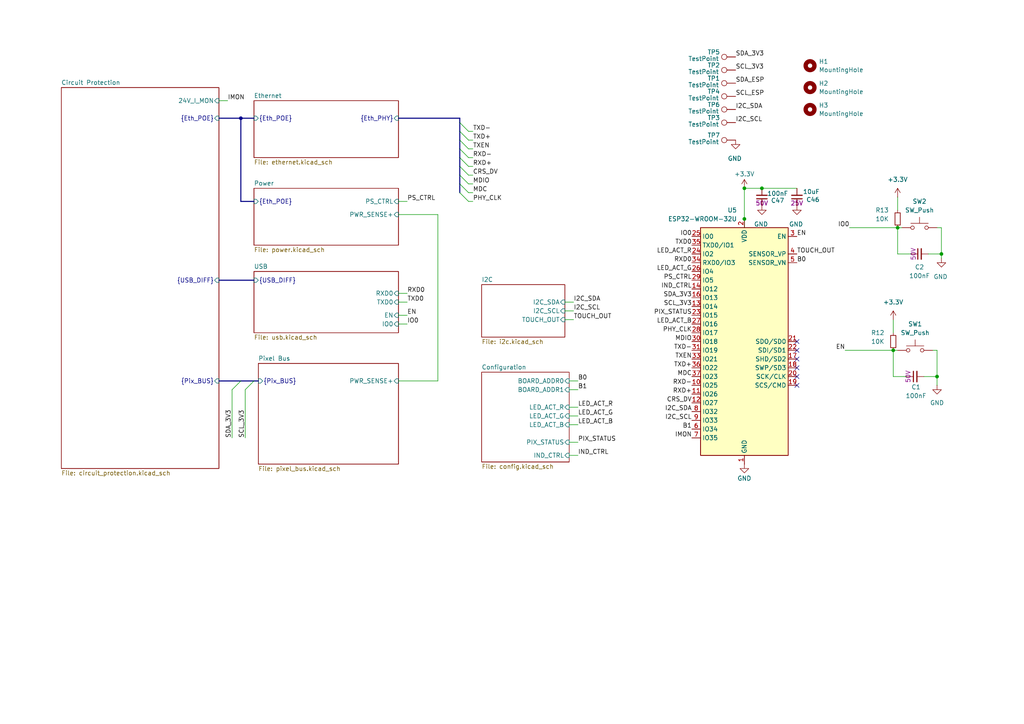
<source format=kicad_sch>
(kicad_sch (version 20250114) (generator "eeschema") (generator_version "9.0")
  (paper "A4")
  (lib_symbols
    (symbol "Connector:TestPoint" (pin_numbers (hide yes)) (pin_names (offset 0.762) (hide yes))
      (property "Reference" "TP" (at 0 6.858 0))
      (property "Value" "TestPoint" (at 0 5.08 0))
      (symbol "TestPoint_0_1"
        (circle (center 0 3.302) (radius 0.762))
      )
      (symbol "TestPoint_1_1"
        (pin passive line (at 0 0 90) (length 2.54) (name "1") (number "1"))
      )
    )
    (symbol "Device:C_Small" (pin_numbers (hide yes)) (pin_names (offset 0.254) (hide yes))
      (property "Reference" "C" (at 0.254 1.778 0))
      (property "Value" "C_Small" (at 0.254 -2.032 0))
      (symbol "C_Small_0_1"
        (polyline (pts (xy -1.524 0.508) (xy 1.524 0.508)) (stroke (width 0.3048)))
        (polyline (pts (xy -1.524 -0.508) (xy 1.524 -0.508)) (stroke (width 0.3302)))
      )
      (symbol "C_Small_1_1"
        (pin passive line (at 0 2.54 270) (length 2.032) (name "~") (number "1"))
        (pin passive line (at 0 -2.54 90) (length 2.032) (name "~") (number "2"))
      )
    )
    (symbol "Device:R_Small" (pin_numbers (hide yes)) (pin_names (offset 0.254) (hide yes))
      (property "Reference" "R" (at 0.762 0.508 0))
      (property "Value" "R_Small" (at 0.762 -1.016 0))
      (symbol "R_Small_0_1"
        (rectangle (start -0.762 1.778) (end 0.762 -1.778) (stroke (width 0.2032)))
      )
      (symbol "R_Small_1_1"
        (pin passive line (at 0 2.54 270) (length 0.762) (name "~") (number "1"))
        (pin passive line (at 0 -2.54 90) (length 0.762) (name "~") (number "2"))
      )
    )
    (symbol "GND_4" (power) (pin_names (offset 0))
      (property "Value" "GND" (at 0 -3.81 0))
      (symbol "GND_4_0_1"
        (polyline (pts (xy 0 0) (xy 0 -1.27) (xy 1.27 -1.27) (xy 0 -2.54) (xy -1.27 -1.27) (xy 0 -1.27)))
      )
      (symbol "GND_4_1_1"
        (pin power_in line (at 0 0 270) (length 0) (hide yes) (name "GND") (number "1"))
      )
    )
    (symbol "Mechanical:MountingHole" (pin_names (offset 1.016)) (exclude_from_sim yes) (in_bom no)
      (property "Reference" "H" (at 0 5.08 0))
      (property "Value" "MountingHole" (at 0 3.175 0))
      (symbol "MountingHole_0_1"
        (circle (center 0 0) (radius 1.27) (stroke (width 1.27)))
      )
    )
    (symbol "RF_Module:ESP32-WROOM-32U"
      (property "Reference" "U" (at -12.7 34.29 0))
      (property "Value" "ESP32-WROOM-32U" (at 1.27 34.29 0))
      (symbol "ESP32-WROOM-32U_0_1"
        (rectangle (start -12.7 33.02) (end 12.7 -33.02) (stroke (width 0.254)) (fill (type background)))
      )
      (symbol "ESP32-WROOM-32U_1_1"
        (pin input line (at -15.24 30.48 0) (length 2.54) (name "EN") (number "3"))
        (pin input line (at -15.24 25.4 0) (length 2.54) (name "SENSOR_VP") (number "4"))
        (pin input line (at -15.24 22.86 0) (length 2.54) (name "SENSOR_VN") (number "5"))
        (pin bidirectional line (at -15.24 0 0) (length 2.54) (name "SDO/SD0") (number "21"))
        (pin bidirectional line (at -15.24 -2.54 0) (length 2.54) (name "SDI/SD1") (number "22"))
        (pin bidirectional line (at -15.24 -5.08 0) (length 2.54) (name "SHD/SD2") (number "17"))
        (pin bidirectional line (at -15.24 -7.62 0) (length 2.54) (name "SWP/SD3") (number "18"))
        (pin bidirectional line (at -15.24 -10.16 0) (length 2.54) (name "SCK/CLK") (number "20"))
        (pin bidirectional line (at -15.24 -12.7 0) (length 2.54) (name "SCS/CMD") (number "19"))
        (pin no_connect line (at -12.7 -27.94 0) (length 2.54) (hide yes) (name "NC") (number "32"))
        (pin power_in line (at 0 35.56 270) (length 2.54) (name "VDD") (number "2"))
        (pin power_in line (at 0 -35.56 90) (length 2.54) (name "GND") (number "1"))
        (pin passive line (at 0 -35.56 90) (length 2.54) (hide yes) (name "GND") (number "15"))
        (pin passive line (at 0 -35.56 90) (length 2.54) (hide yes) (name "GND") (number "38"))
        (pin passive line (at 0 -35.56 90) (length 2.54) (hide yes) (name "GND") (number "39"))
        (pin bidirectional line (at 15.24 30.48 180) (length 2.54) (name "IO0") (number "25"))
        (pin bidirectional line (at 15.24 27.94 180) (length 2.54) (name "TXD0/IO1") (number "35"))
        (pin bidirectional line (at 15.24 25.4 180) (length 2.54) (name "IO2") (number "24"))
        (pin bidirectional line (at 15.24 22.86 180) (length 2.54) (name "RXD0/IO3") (number "34"))
        (pin bidirectional line (at 15.24 20.32 180) (length 2.54) (name "IO4") (number "26"))
        (pin bidirectional line (at 15.24 17.78 180) (length 2.54) (name "IO5") (number "29"))
        (pin bidirectional line (at 15.24 15.24 180) (length 2.54) (name "IO12") (number "14"))
        (pin bidirectional line (at 15.24 12.7 180) (length 2.54) (name "IO13") (number "16"))
        (pin bidirectional line (at 15.24 10.16 180) (length 2.54) (name "IO14") (number "13"))
        (pin bidirectional line (at 15.24 7.62 180) (length 2.54) (name "IO15") (number "23"))
        (pin bidirectional line (at 15.24 5.08 180) (length 2.54) (name "IO16") (number "27"))
        (pin bidirectional line (at 15.24 2.54 180) (length 2.54) (name "IO17") (number "28"))
        (pin bidirectional line (at 15.24 0 180) (length 2.54) (name "IO18") (number "30"))
        (pin bidirectional line (at 15.24 -2.54 180) (length 2.54) (name "IO19") (number "31"))
        (pin bidirectional line (at 15.24 -5.08 180) (length 2.54) (name "IO21") (number "33"))
        (pin bidirectional line (at 15.24 -7.62 180) (length 2.54) (name "IO22") (number "36"))
        (pin bidirectional line (at 15.24 -10.16 180) (length 2.54) (name "IO23") (number "37"))
        (pin bidirectional line (at 15.24 -12.7 180) (length 2.54) (name "IO25") (number "10"))
        (pin bidirectional line (at 15.24 -15.24 180) (length 2.54) (name "IO26") (number "11"))
        (pin bidirectional line (at 15.24 -17.78 180) (length 2.54) (name "IO27") (number "12"))
        (pin bidirectional line (at 15.24 -20.32 180) (length 2.54) (name "IO32") (number "8"))
        (pin bidirectional line (at 15.24 -22.86 180) (length 2.54) (name "IO33") (number "9"))
        (pin input line (at 15.24 -25.4 180) (length 2.54) (name "IO34") (number "6"))
        (pin input line (at 15.24 -27.94 180) (length 2.54) (name "IO35") (number "7"))
      )
    )
    (symbol "Switch:SW_Push" (pin_numbers (hide yes)) (pin_names (offset 1.016) (hide yes))
      (property "Reference" "SW" (at 1.27 2.54 0))
      (property "Value" "SW_Push" (at 0 -1.524 0))
      (symbol "SW_Push_0_1"
        (circle (center -2.032 0) (radius 0.508))
        (polyline (pts (xy 0 1.27) (xy 0 3.048)))
        (circle (center 2.032 0) (radius 0.508))
        (polyline (pts (xy 2.54 1.27) (xy -2.54 1.27)))
        (pin passive line (at -5.08 0 0) (length 2.54) (name "1") (number "1"))
        (pin passive line (at 5.08 0 180) (length 2.54) (name "2") (number "2"))
      )
    )
    (symbol "power:+3.3V" (power) (pin_numbers (hide yes)) (pin_names (offset 0) (hide yes))
      (property "Value" "+3.3V" (at 0 3.556 0))
      (symbol "+3.3V_0_1"
        (polyline (pts (xy -0.762 1.27) (xy 0 2.54)))
        (polyline (pts (xy 0 2.54) (xy 0.762 1.27)))
        (polyline (pts (xy 0 0) (xy 0 2.54)))
      )
      (symbol "+3.3V_1_1"
        (pin power_in line (at 0 0 90) (length 0) (name "~") (number "1"))
      )
    )
    (symbol "power:GND" (power) (pin_numbers (hide yes)) (pin_names (offset 0) (hide yes))
      (property "Value" "GND" (at 0 -3.81 0))
      (symbol "GND_0_1"
        (polyline (pts (xy 0 0) (xy 0 -1.27) (xy 1.27 -1.27) (xy 0 -2.54) (xy -1.27 -1.27) (xy 0 -1.27)))
      )
      (symbol "GND_1_1"
        (pin power_in line (at 0 0 270) (length 0) (name "~") (number "1"))
      )
    )
  )
  (junction (at 271.78 109.22))
  (junction (at 259.08 101.6))
  (junction (at 215.9 63.5))
  (junction (at 260.35 66.04))
  (junction (at 69.85 34.29))
  (junction (at 215.9 54.61))
  (junction (at 273.05 73.66))
  (junction (at 220.98 54.61))
  (no_connect (at 231.14 101.6))
  (no_connect (at 231.14 106.68))
  (no_connect (at 231.14 99.06))
  (no_connect (at 231.14 104.14))
  (no_connect (at 231.14 111.76))
  (no_connect (at 231.14 109.22))
  (bus_entry (at 133.35 45.72) (size 2.54 2.54))
  (bus_entry (at 73.66 110.49) (size -2.54 2.54))
  (bus_entry (at 133.35 48.26) (size 2.54 2.54))
  (bus_entry (at 133.35 40.64) (size 2.54 2.54))
  (bus_entry (at 133.35 38.1) (size 2.54 2.54))
  (bus_entry (at 133.35 55.88) (size 2.54 2.54))
  (bus_entry (at 133.35 35.56) (size 2.54 2.54))
  (bus_entry (at 133.35 53.34) (size 2.54 2.54))
  (bus_entry (at 133.35 50.8) (size 2.54 2.54))
  (bus_entry (at 69.85 110.49) (size -2.54 2.54))
  (bus_entry (at 133.35 43.18) (size 2.54 2.54))
  (wire (pts (xy 167.64 128.27) (xy 165.1 128.27)))
  (wire (pts (xy 127 62.23) (xy 127 110.49)))
  (wire (pts (xy 135.89 55.88) (xy 137.16 55.88)))
  (wire (pts (xy 135.89 53.34) (xy 137.16 53.34)))
  (wire (pts (xy 67.31 113.03) (xy 67.31 127)))
  (wire (pts (xy 118.11 93.98) (xy 115.57 93.98)))
  (bus (pts (xy 69.85 34.29) (xy 73.66 34.29)))
  (wire (pts (xy 259.08 101.6) (xy 260.35 101.6)))
  (wire (pts (xy 135.89 45.72) (xy 137.16 45.72)))
  (wire (pts (xy 259.08 92.71) (xy 259.08 96.52)))
  (wire (pts (xy 215.9 54.61) (xy 215.9 63.5)))
  (wire (pts (xy 245.11 101.6) (xy 259.08 101.6)))
  (wire (pts (xy 260.35 57.15) (xy 260.35 60.96)))
  (wire (pts (xy 167.64 113.03) (xy 165.1 113.03)))
  (wire (pts (xy 260.35 73.66) (xy 260.35 66.04)))
  (wire (pts (xy 262.89 109.22) (xy 259.08 109.22)))
  (wire (pts (xy 259.08 109.22) (xy 259.08 101.6)))
  (wire (pts (xy 118.11 85.09) (xy 115.57 85.09)))
  (wire (pts (xy 163.83 87.63) (xy 166.37 87.63)))
  (wire (pts (xy 267.97 109.22) (xy 271.78 109.22)))
  (bus (pts (xy 133.35 43.18) (xy 133.35 45.72)))
  (wire (pts (xy 246.38 66.04) (xy 260.35 66.04)))
  (wire (pts (xy 135.89 38.1) (xy 137.16 38.1)))
  (bus (pts (xy 133.35 38.1) (xy 133.35 40.64)))
  (wire (pts (xy 118.11 91.44) (xy 115.57 91.44)))
  (bus (pts (xy 133.35 48.26) (xy 133.35 50.8)))
  (bus (pts (xy 133.35 53.34) (xy 133.35 55.88)))
  (bus (pts (xy 63.5 81.28) (xy 73.66 81.28)))
  (wire (pts (xy 260.35 66.04) (xy 261.62 66.04)))
  (wire (pts (xy 167.64 110.49) (xy 165.1 110.49)))
  (wire (pts (xy 273.05 73.66) (xy 273.05 66.04)))
  (bus (pts (xy 69.85 110.49) (xy 73.66 110.49)))
  (wire (pts (xy 273.05 74.93) (xy 273.05 73.66)))
  (wire (pts (xy 270.51 101.6) (xy 271.78 101.6)))
  (wire (pts (xy 118.11 58.42) (xy 115.57 58.42)))
  (bus (pts (xy 73.66 58.42) (xy 69.85 58.42)))
  (wire (pts (xy 135.89 58.42) (xy 137.16 58.42)))
  (bus (pts (xy 63.5 34.29) (xy 69.85 34.29)))
  (wire (pts (xy 66.04 29.21) (xy 63.5 29.21)))
  (wire (pts (xy 271.78 111.76) (xy 271.78 109.22)))
  (bus (pts (xy 133.35 34.29) (xy 133.35 35.56)))
  (wire (pts (xy 167.64 120.65) (xy 165.1 120.65)))
  (wire (pts (xy 115.57 62.23) (xy 127 62.23)))
  (wire (pts (xy 127 110.49) (xy 115.57 110.49)))
  (wire (pts (xy 163.83 90.17) (xy 166.37 90.17)))
  (wire (pts (xy 135.89 43.18) (xy 137.16 43.18)))
  (wire (pts (xy 167.64 123.19) (xy 165.1 123.19)))
  (wire (pts (xy 271.78 109.22) (xy 271.78 101.6)))
  (wire (pts (xy 269.24 73.66) (xy 273.05 73.66)))
  (bus (pts (xy 63.5 110.49) (xy 69.85 110.49)))
  (wire (pts (xy 71.12 113.03) (xy 71.12 127)))
  (wire (pts (xy 271.78 66.04) (xy 273.05 66.04)))
  (wire (pts (xy 215.9 54.61) (xy 220.98 54.61)))
  (wire (pts (xy 220.98 54.61) (xy 231.14 54.61)))
  (bus (pts (xy 73.66 110.49) (xy 74.93 110.49)))
  (bus (pts (xy 133.35 50.8) (xy 133.35 53.34)))
  (wire (pts (xy 167.64 118.11) (xy 165.1 118.11)))
  (wire (pts (xy 135.89 48.26) (xy 137.16 48.26)))
  (wire (pts (xy 135.89 40.64) (xy 137.16 40.64)))
  (bus (pts (xy 133.35 35.56) (xy 133.35 38.1)))
  (wire (pts (xy 163.83 92.71) (xy 166.37 92.71)))
  (wire (pts (xy 167.64 132.08) (xy 165.1 132.08)))
  (bus (pts (xy 69.85 34.29) (xy 69.85 58.42)))
  (bus (pts (xy 133.35 45.72) (xy 133.35 48.26)))
  (wire (pts (xy 264.16 73.66) (xy 260.35 73.66)))
  (bus (pts (xy 133.35 40.64) (xy 133.35 43.18)))
  (bus (pts (xy 115.57 34.29) (xy 133.35 34.29)))
  (wire (pts (xy 215.9 63.5) (xy 215.9 66.04)))
  (wire (pts (xy 135.89 50.8) (xy 137.16 50.8)))
  (wire (pts (xy 118.11 87.63) (xy 115.57 87.63)))
  (label "SCL_3V3" (at 200.66 88.9 180))
  (label "SCL_ESP" (at 213.36 27.94 0))
  (label "PHY_CLK" (at 200.66 96.52 180))
  (label "PIX_STATUS" (at 200.66 91.44 180))
  (label "PS_CTRL" (at 118.11 58.42 0))
  (label "IO0" (at 200.66 68.58 180))
  (label "B0" (at 231.14 76.2 0))
  (label "MDC" (at 137.16 55.88 0))
  (label "I2C_SDA" (at 213.36 31.75 0))
  (label "SDA_3V3" (at 67.31 127 90))
  (label "TXD-" (at 200.66 101.6 180))
  (label "TXD+" (at 137.16 40.64 0))
  (label "TOUCH_OUT" (at 166.37 92.71 0))
  (label "LED_ACT_B" (at 167.64 123.19 0))
  (label "B1" (at 200.66 124.46 180))
  (label "IND_CTRL" (at 200.66 83.82 180))
  (label "RXD0" (at 118.11 85.09 0))
  (label "EN" (at 231.14 68.58 0))
  (label "MDC" (at 200.66 109.22 180))
  (label "LED_ACT_R" (at 200.66 73.66 180))
  (label "IO0" (at 246.38 66.04 180))
  (label "SCL_3V3" (at 213.36 20.32 0))
  (label "IMON" (at 200.66 127 180))
  (label "MDIO" (at 137.16 53.34 0))
  (label "SCL_3V3" (at 71.12 127 90))
  (label "CRS_DV" (at 137.16 50.8 0))
  (label "RXD0" (at 200.66 76.2 180))
  (label "EN" (at 245.11 101.6 180))
  (label "RXD+" (at 200.66 114.3 180))
  (label "SDA_3V3" (at 213.36 16.51 0))
  (label "I2C_SDA" (at 200.66 119.38 180))
  (label "I2C_SDA" (at 166.37 87.63 0))
  (label "TXEN" (at 137.16 43.18 0))
  (label "EN" (at 118.11 91.44 0))
  (label "RXD+" (at 137.16 48.26 0))
  (label "TXD-" (at 137.16 38.1 0))
  (label "SDA_3V3" (at 200.66 86.36 180))
  (label "IND_CTRL" (at 167.64 132.08 0))
  (label "LED_ACT_B" (at 200.66 93.98 180))
  (label "LED_ACT_R" (at 167.64 118.11 0))
  (label "I2C_SCL" (at 166.37 90.17 0))
  (label "TXD0" (at 200.66 71.12 180))
  (label "RXD-" (at 200.66 111.76 180))
  (label "B1" (at 167.64 113.03 0))
  (label "SDA_ESP" (at 213.36 24.13 0))
  (label "PHY_CLK" (at 137.16 58.42 0))
  (label "CRS_DV" (at 200.66 116.84 180))
  (label "PS_CTRL" (at 200.66 81.28 180))
  (label "TXD+" (at 200.66 106.68 180))
  (label "B0" (at 167.64 110.49 0))
  (label "TOUCH_OUT" (at 231.14 73.66 0))
  (label "IMON" (at 66.04 29.21 0))
  (label "TXEN" (at 200.66 104.14 180))
  (label "LED_ACT_G" (at 200.66 78.74 180))
  (label "LED_ACT_G" (at 167.64 120.65 0))
  (label "TXD0" (at 118.11 87.63 0))
  (label "I2C_SCL" (at 200.66 121.92 180))
  (label "IO0" (at 118.11 93.98 0))
  (label "RXD-" (at 137.16 45.72 0))
  (label "PIX_STATUS" (at 167.64 128.27 0))
  (label "I2C_SCL" (at 213.36 35.56 0))
  (label "MDIO" (at 200.66 99.06 180))
  (symbol (lib_id "Switch:SW_Push") (at 265.43 101.6 0) (unit 1)
    (property "Reference" "SW1" (at 265.43 93.98 0))
    (property "Value" "SW_Push" (at 265.43 96.52 0))
    (property "Footprint" "Button_Switch_SMD:SW_Push_1P1T_XKB_TS-1187A" (effects (hide yes)))
    (property "Description" "Push button switch, generic, two pins" (effects (hide yes)))
    (property "LCSC" "C318884" (effects (hide yes)))
  )
  (symbol (lib_id "Device:R_Small") (at 260.35 63.5 0) (mirror x) (unit 1)
    (property "Reference" "R13" (at 257.81 60.9599 0) (effects (justify right)))
    (property "Value" "10K" (at 257.81 63.4999 0) (effects (justify right)))
    (property "Footprint" "Resistor_SMD:R_0603_1608Metric" (effects (hide yes)))
    (property "LCSC" "C25804" (effects (hide yes)))
  )
  (symbol (lib_id "Connector:TestPoint") (at 213.36 27.94 90) (unit 1) (in_bom no)
    (property "Reference" "TP4" (at 208.8458 26.543 90) (effects (justify left)))
    (property "Value" "TestPoint" (at 208.534 28.448 90) (effects (justify left)))
    (property "Footprint" "TestPoint:TestPoint_Pad_D2.0mm" (effects (hide yes)))
    (property "Description" "test point" (effects (hide yes)))
  )
  (symbol (lib_id "Connector:TestPoint") (at 213.36 35.56 90) (unit 1) (in_bom no)
    (property "Reference" "TP3" (at 208.8458 34.163 90) (effects (justify left)))
    (property "Value" "TestPoint" (at 208.534 36.068 90) (effects (justify left)))
    (property "Footprint" "TestPoint:TestPoint_Pad_D2.0mm" (effects (hide yes)))
    (property "Description" "test point" (effects (hide yes)))
  )
  (symbol (lib_id "power:+3.3V") (at 259.08 92.71 0) (mirror y) (unit 1)
    (property "Reference" "#PWR066" (effects (hide yes)))
    (property "Value" "+3.3V" (at 259.08 87.63 0))
    (property "Description" "Power symbol creates a global label with name \"+3.3V\"" (effects (hide yes)))
  )
  (symbol (lib_id "Mechanical:MountingHole") (at 234.95 31.75 0) (unit 1) (exclude_from_sim yes) (in_bom no)
    (property "Reference" "H3" (at 237.49 30.5378 0) (effects (justify left)))
    (property "Value" "MountingHole" (at 237.49 32.9621 0) (effects (justify left)))
    (property "Footprint" "MountingHole:MountingHole_3.2mm_M3_DIN965" (effects (hide yes)))
    (property "Description" "Mounting Hole without connection" (effects (hide yes)))
  )
  (symbol (lib_id "power:GND") (at 215.9 134.62 0) (unit 1)
    (property "Reference" "#PWR061" (effects (hide yes)))
    (property "Value" "GND" (at 215.9 138.7531 0))
    (property "Description" "Power symbol creates a global label with name \"GND\" , ground" (effects (hide yes)))
  )
  (symbol (lib_id "Mechanical:MountingHole") (at 234.95 25.4 0) (unit 1) (exclude_from_sim yes) (in_bom no)
    (property "Reference" "H2" (at 237.49 24.1878 0) (effects (justify left)))
    (property "Value" "MountingHole" (at 237.49 26.6121 0) (effects (justify left)))
    (property "Footprint" "MountingHole:MountingHole_3.2mm_M3_DIN965" (effects (hide yes)))
    (property "Description" "Mounting Hole without connection" (effects (hide yes)))
  )
  (symbol (lib_id "Device:C_Small") (at 220.98 57.15 180) (unit 1)
    (property "Reference" "C47" (at 225.552 58.166 0))
    (property "Value" "100nF" (at 225.552 56.134 0))
    (property "Footprint" "Capacitor_SMD:C_0603_1608Metric" (effects (hide yes)))
    (property "Description" "Unpolarized capacitor, small symbol" (effects (hide yes)))
    (property "LCSC" "C14663" (effects (hide yes)))
    (property "Rating" "50V" (at 220.98 58.928 0))
  )
  (symbol (lib_id "Device:C_Small") (at 265.43 109.22 90) (unit 1)
    (property "Reference" "C1" (at 265.684 112.268 90))
    (property "Value" "100nF" (at 265.684 114.808 90))
    (property "Footprint" "Capacitor_SMD:C_0603_1608Metric" (effects (hide yes)))
    (property "Description" "Unpolarized capacitor, small symbol" (effects (hide yes)))
    (property "LCSC" "C14663" (effects (hide yes)))
    (property "Rating" "50V" (at 263.398 109.22 0))
  )
  (symbol (lib_id "Device:C_Small") (at 231.14 57.15 180) (unit 1)
    (property "Reference" "C46" (at 237.744 57.912 0) (effects (justify left)))
    (property "Value" "10uF" (at 237.744 55.6006 0) (effects (justify left)))
    (property "Footprint" "Capacitor_SMD:C_0603_1608Metric" (effects (hide yes)))
    (property "LCSC" "C96446" (effects (hide yes)))
    (property "Rating" "25V" (at 231.14 58.928 0))
  )
  (symbol (lib_id "Switch:SW_Push") (at 266.7 66.04 0) (unit 1)
    (property "Reference" "SW2" (at 266.7 58.42 0))
    (property "Value" "SW_Push" (at 266.7 60.96 0))
    (property "Footprint" "Button_Switch_SMD:SW_Push_1P1T_XKB_TS-1187A" (effects (hide yes)))
    (property "Description" "Push button switch, generic, two pins" (effects (hide yes)))
    (property "LCSC" "C318884" (effects (hide yes)))
  )
  (symbol (lib_id "RF_Module:ESP32-WROOM-32U") (at 215.9 99.06 0) (mirror y) (unit 1)
    (property "Reference" "U5" (at 213.7567 60.96 0) (effects (justify left)))
    (property "Value" "ESP32-WROOM-32U" (at 213.7567 63.5 0) (effects (justify left)))
    (property "Footprint" "RF_Module:ESP32-WROOM-32U" (effects (hide yes)))
    (property "Datasheet" "https://www.espressif.com/sites/default/files/documentation/esp32-wroom-32d_esp32-wroom-32u_datasheet_en.pdf" (effects (hide yes)))
    (property "Description" "RF Module, ESP32-D0WD SoC, Wi-Fi 802.11b/g/n, Bluetooth, BLE, 32-bit, 2.7-3.6V, external antenna, SMD" (effects (hide yes)))
    (property "LCSC" "C328062" (effects (hide yes)))
  )
  (symbol (lib_name "GND_4") (lib_id "power:GND") (at 231.14 59.69 0) (unit 1)
    (property "Reference" "#PWR0188" (effects (hide yes)))
    (property "Value" "GND" (at 230.886 65.024 0))
    (property "Description" "Power symbol creates a global label with name \"GND\" , ground" (effects (hide yes)))
  )
  (symbol (lib_id "Connector:TestPoint") (at 213.36 24.13 90) (unit 1) (in_bom no)
    (property "Reference" "TP1" (at 208.8458 22.733 90) (effects (justify left)))
    (property "Value" "TestPoint" (at 208.534 24.638 90) (effects (justify left)))
    (property "Footprint" "TestPoint:TestPoint_Pad_D2.0mm" (effects (hide yes)))
    (property "Description" "test point" (effects (hide yes)))
  )
  (symbol (lib_id "power:GND") (at 271.78 111.76 0) (unit 1)
    (property "Reference" "#PWR0135" (effects (hide yes)))
    (property "Value" "GND" (at 271.78 116.84 0))
    (property "Description" "Power symbol creates a global label with name \"GND\" , ground" (effects (hide yes)))
  )
  (symbol (lib_name "GND_4") (lib_id "power:GND") (at 213.36 40.64 0) (unit 1)
    (property "Reference" "#PWR0189" (effects (hide yes)))
    (property "Value" "GND" (at 213.106 45.974 0))
    (property "Description" "Power symbol creates a global label with name \"GND\" , ground" (effects (hide yes)))
  )
  (symbol (lib_id "Device:R_Small") (at 259.08 99.06 0) (mirror x) (unit 1)
    (property "Reference" "R12" (at 256.54 96.5199 0) (effects (justify right)))
    (property "Value" "10K" (at 256.54 99.0599 0) (effects (justify right)))
    (property "Footprint" "Resistor_SMD:R_0603_1608Metric" (effects (hide yes)))
    (property "LCSC" "C25804" (effects (hide yes)))
  )
  (symbol (lib_id "Device:C_Small") (at 266.7 73.66 90) (unit 1)
    (property "Reference" "C2" (at 266.7 77.47 90))
    (property "Value" "100nF" (at 266.7 80.01 90))
    (property "Footprint" "Capacitor_SMD:C_0603_1608Metric" (effects (hide yes)))
    (property "Description" "Unpolarized capacitor, small symbol" (effects (hide yes)))
    (property "LCSC" "C14663" (effects (hide yes)))
    (property "Rating" "50V" (at 264.922 73.66 0))
  )
  (symbol (lib_name "GND_4") (lib_id "power:GND") (at 273.05 74.93 0) (unit 1)
    (property "Reference" "#PWR0138" (effects (hide yes)))
    (property "Value" "GND" (at 272.796 80.264 0))
    (property "Description" "Power symbol creates a global label with name \"GND\" , ground" (effects (hide yes)))
  )
  (symbol (lib_id "Connector:TestPoint") (at 213.36 40.64 90) (unit 1) (in_bom no)
    (property "Reference" "TP7" (at 208.8458 39.243 90) (effects (justify left)))
    (property "Value" "TestPoint" (at 208.534 41.148 90) (effects (justify left)))
    (property "Footprint" "TestPoint:TestPoint_Pad_D2.0mm" (effects (hide yes)))
    (property "Description" "test point" (effects (hide yes)))
  )
  (symbol (lib_id "Mechanical:MountingHole") (at 234.95 19.05 0) (unit 1) (exclude_from_sim yes) (in_bom no)
    (property "Reference" "H1" (at 237.49 17.8378 0) (effects (justify left)))
    (property "Value" "MountingHole" (at 237.49 20.2621 0) (effects (justify left)))
    (property "Footprint" "MountingHole:MountingHole_3.2mm_M3_DIN965" (effects (hide yes)))
    (property "Description" "Mounting Hole without connection" (effects (hide yes)))
  )
  (symbol (lib_id "Connector:TestPoint") (at 213.36 31.75 90) (unit 1) (in_bom no)
    (property "Reference" "TP6" (at 208.8458 30.353 90) (effects (justify left)))
    (property "Value" "TestPoint" (at 208.534 32.258 90) (effects (justify left)))
    (property "Footprint" "TestPoint:TestPoint_Pad_D2.0mm" (effects (hide yes)))
    (property "Description" "test point" (effects (hide yes)))
  )
  (symbol (lib_id "Connector:TestPoint") (at 213.36 20.32 90) (unit 1) (in_bom no)
    (property "Reference" "TP2" (at 208.8458 18.923 90) (effects (justify left)))
    (property "Value" "TestPoint" (at 208.534 20.828 90) (effects (justify left)))
    (property "Footprint" "TestPoint:TestPoint_Pad_D2.0mm" (effects (hide yes)))
    (property "Description" "test point" (effects (hide yes)))
  )
  (symbol (lib_name "GND_4") (lib_id "power:GND") (at 220.98 59.69 0) (unit 1)
    (property "Reference" "#PWR0187" (effects (hide yes)))
    (property "Value" "GND" (at 220.726 65.024 0))
    (property "Description" "Power symbol creates a global label with name \"GND\" , ground" (effects (hide yes)))
  )
  (symbol (lib_id "power:+3.3V") (at 260.35 57.15 0) (mirror y) (unit 1)
    (property "Reference" "#PWR0137" (effects (hide yes)))
    (property "Value" "+3.3V" (at 260.35 52.07 0))
    (property "Description" "Power symbol creates a global label with name \"+3.3V\"" (effects (hide yes)))
  )
  (symbol (lib_id "power:+3.3V") (at 215.9 54.61 0) (unit 1)
    (property "Reference" "#PWR05" (effects (hide yes)))
    (property "Value" "+3.3V" (at 215.9 50.4769 0))
    (property "Description" "Power symbol creates a global label with name \"+3.3V\"" (effects (hide yes)))
  )
  (symbol (lib_id "Connector:TestPoint") (at 213.36 16.51 90) (unit 1) (in_bom no)
    (property "Reference" "TP5" (at 208.8458 15.113 90) (effects (justify left)))
    (property "Value" "TestPoint" (at 208.534 17.018 90) (effects (justify left)))
    (property "Footprint" "TestPoint:TestPoint_Pad_D2.0mm" (effects (hide yes)))
    (property "Description" "test point" (effects (hide yes)))
  )
  (sheet (at 74.93 105.41) (size 40.64 29.21) (stroke (width 0.1524))
    (property "Sheetname" "Pixel Bus" (at 74.93 104.6984 0) (effects (justify left bottom)))
    (property "Sheetfile" "pixel_bus.kicad_sch" (at 74.93 135.2046 0) (effects (justify left top)))
    (pin "{Pix_BUS}" input (at 74.93 110.49 180))
    (pin "PWR_SENSE+" input (at 115.57 110.49 0))
  )
  (sheet (at 73.66 54.61) (size 41.91 16.51) (stroke (width 0.1524))
    (property "Sheetname" "Power" (at 73.66 53.8984 0) (effects (justify left bottom)))
    (property "Sheetfile" "power.kicad_sch" (at 73.66 71.7046 0) (effects (justify left top)))
    (pin "PS_CTRL" input (at 115.57 58.42 0))
    (pin "PWR_SENSE+" input (at 115.57 62.23 0))
    (pin "{Eth_POE}" input (at 73.66 58.42 180))
  )
  (sheet (at 139.7 82.55) (size 24.13 15.24) (stroke (width 0.1524))
    (property "Sheetname" "I2C" (at 139.7 81.8384 0) (effects (justify left bottom)))
    (property "Sheetfile" "i2c.kicad_sch" (at 139.7 98.3746 0) (effects (justify left top)))
    (pin "TOUCH_OUT" input (at 163.83 92.71 0))
    (pin "I2C_SCL" input (at 163.83 90.17 0))
    (pin "I2C_SDA" input (at 163.83 87.63 0))
  )
  (sheet (at 17.78 25.4) (size 45.72 110.49) (stroke (width 0.1524))
    (property "Sheetname" "Circuit Protection" (at 17.78 24.6884 0) (effects (justify left bottom)))
    (property "Sheetfile" "circuit_protection.kicad_sch" (at 17.78 136.4746 0) (effects (justify left top)))
    (pin "{Eth_POE}" input (at 63.5 34.29 0))
    (pin "{USB_DIFF}" input (at 63.5 81.28 0))
    (pin "{Pix_BUS}" input (at 63.5 110.49 0))
    (pin "24V_I_MON" input (at 63.5 29.21 0))
  )
  (sheet (at 73.66 78.74) (size 41.91 17.78) (stroke (width 0.1524))
    (property "Sheetname" "USB" (at 73.66 78.0284 0) (effects (justify left bottom)))
    (property "Sheetfile" "usb.kicad_sch" (at 73.66 97.1046 0) (effects (justify left top)))
    (pin "RXD0" input (at 115.57 85.09 0))
    (pin "TXD0" input (at 115.57 87.63 0))
    (pin "EN" input (at 115.57 91.44 0))
    (pin "IO0" input (at 115.57 93.98 0))
    (pin "{USB_DIFF}" input (at 73.66 81.28 180))
  )
  (sheet (at 139.7 107.95) (size 25.4 26.035) (stroke (width 0.1524))
    (property "Sheetname" "Configuration" (at 139.7 107.2384 0) (effects (justify left bottom)))
    (property "Sheetfile" "config.kicad_sch" (at 139.7 134.5696 0) (effects (justify left top)))
    (pin "BOARD_ADDR0" input (at 165.1 110.49 0))
    (pin "BOARD_ADDR1" input (at 165.1 113.03 0))
    (pin "LED_ACT_B" input (at 165.1 123.19 0))
    (pin "LED_ACT_G" input (at 165.1 120.65 0))
    (pin "LED_ACT_R" input (at 165.1 118.11 0))
    (pin "PIX_STATUS" input (at 165.1 128.27 0))
    (pin "IND_CTRL" input (at 165.1 132.08 0))
  )
  (sheet (at 73.66 29.21) (size 41.91 16.51) (stroke (width 0.1524))
    (property "Sheetname" "Ethernet" (at 73.66 28.4984 0) (effects (justify left bottom)))
    (property "Sheetfile" "ethernet.kicad_sch" (at 73.66 46.3046 0) (effects (justify left top)))
    (pin "{Eth_PHY}" input (at 115.57 34.29 0))
    (pin "{Eth_POE}" input (at 73.66 34.29 180))
  )
)
</source>
